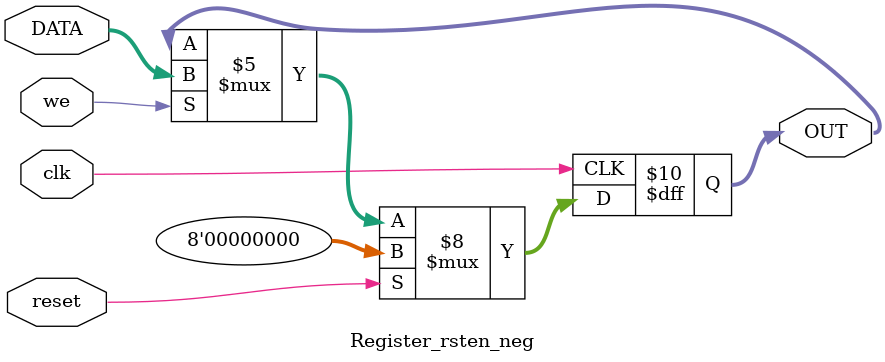
<source format=v>
module Register_rsten_neg #(
     parameter WIDTH=8)
    (
	  input  clk, reset,we,
	  input	[WIDTH-1:0] DATA,
	  output reg [WIDTH-1:0] OUT
    );
initial begin
	OUT<=0;
end	 
always@(negedge clk) begin
	if (reset == 1'b1)
		OUT<={WIDTH{1'b0}};
	else if(we==1'b1)	
		OUT<=DATA;
end
	 
endmodule	 
</source>
